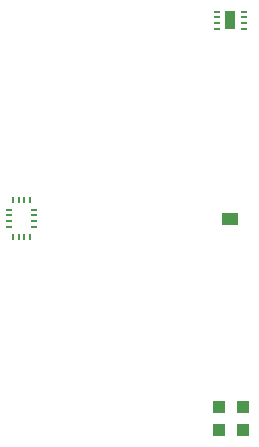
<source format=gtp>
G04 EAGLE Gerber RS-274X export*
G75*
%MOMM*%
%FSLAX34Y34*%
%LPD*%
%INTop Paste*%
%IPPOS*%
%AMOC8*
5,1,8,0,0,1.08239X$1,22.5*%
G01*
%ADD10R,0.898400X0.118400*%
%ADD11R,1.380000X1.080000*%
%ADD12R,0.500000X0.200000*%
%ADD13R,0.900000X1.600000*%
%ADD14R,0.982263X1.032263*%
%ADD15R,0.248400X0.498400*%
%ADD16R,0.498400X0.248400*%


D10*
X259076Y272966D03*
X259076Y277966D03*
X259076Y267966D03*
X289076Y272966D03*
X289076Y277966D03*
X289076Y267966D03*
D11*
X274076Y272966D03*
D12*
X285551Y433302D03*
X285551Y438302D03*
X285551Y443302D03*
X285551Y448302D03*
X263051Y448302D03*
X263051Y443302D03*
X263051Y438302D03*
X263051Y433302D03*
D13*
X274051Y440802D03*
D14*
X264575Y93786D03*
X284575Y93786D03*
X284575Y113344D03*
X264575Y113344D03*
D15*
X94857Y288914D03*
X99857Y288914D03*
X89857Y288914D03*
X104857Y288914D03*
D16*
X86857Y280664D03*
X86857Y275664D03*
X86857Y270664D03*
X86857Y265664D03*
X107857Y280664D03*
X107857Y275664D03*
X107857Y270664D03*
X107857Y265664D03*
D15*
X99857Y257414D03*
X94857Y257414D03*
X104857Y257414D03*
X89857Y257414D03*
M02*

</source>
